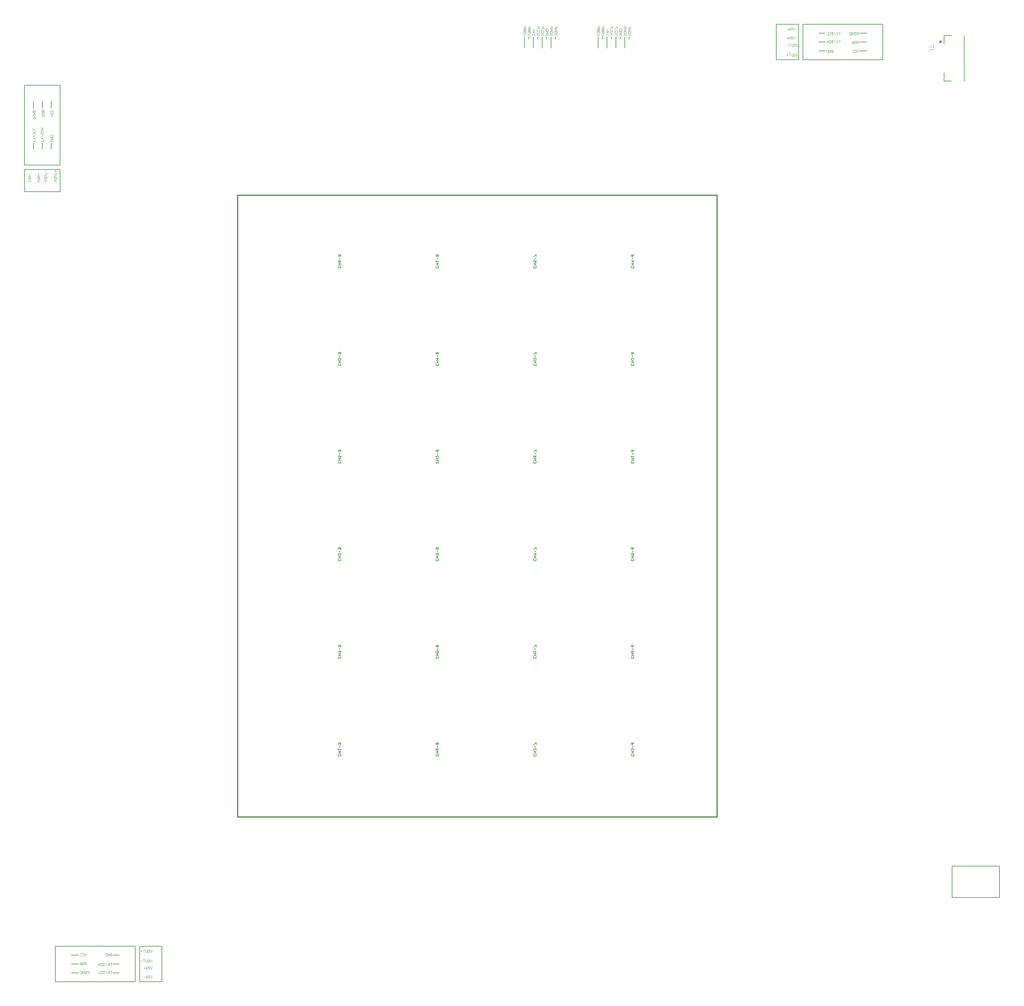
<source format=gbr>
G04 EAGLE Gerber X2 export*
%TF.Part,Single*%
%TF.FileFunction,Legend,Bot,1*%
%TF.FilePolarity,Positive*%
%TF.GenerationSoftware,Autodesk,EAGLE,9.1.1*%
%TF.CreationDate,2018-08-01T19:31:55Z*%
G75*
%MOMM*%
%FSLAX34Y34*%
%LPD*%
%AMOC8*
5,1,8,0,0,1.08239X$1,22.5*%
G01*
%ADD10C,0.304800*%
%ADD11C,0.152400*%
%ADD12C,0.050800*%
%ADD13C,0.127000*%
%ADD14C,0.177800*%
%ADD15C,0.300000*%
%ADD16C,0.101600*%


D10*
X737870Y533908D02*
X2109470Y533908D01*
X2109470Y2313940D01*
X737870Y2313940D01*
X737870Y533908D01*
D11*
X1583588Y2735377D02*
X1583588Y2767127D01*
X1570888Y2767127D02*
X1570888Y2760777D01*
X1558188Y2767127D02*
X1558188Y2735377D01*
X1647088Y2760777D02*
X1647088Y2767127D01*
X1634388Y2767127D02*
X1634388Y2735377D01*
X1621688Y2760777D02*
X1621688Y2767127D01*
X1608988Y2767127D02*
X1608988Y2735377D01*
X1596288Y2760777D02*
X1596288Y2767127D01*
D12*
X1624699Y2775301D02*
X1625885Y2774115D01*
X1625885Y2771742D01*
X1624699Y2770556D01*
X1619954Y2770556D01*
X1618767Y2771742D01*
X1618767Y2774115D01*
X1619954Y2775301D01*
X1622326Y2775301D01*
X1622326Y2772929D01*
X1618767Y2777572D02*
X1625885Y2777572D01*
X1618767Y2782318D01*
X1625885Y2782318D01*
X1625885Y2784589D02*
X1618767Y2784589D01*
X1618767Y2788148D01*
X1619954Y2789334D01*
X1624699Y2789334D01*
X1625885Y2788148D01*
X1625885Y2784589D01*
X1580667Y2775301D02*
X1580667Y2770556D01*
X1585413Y2775301D01*
X1586599Y2775301D01*
X1587785Y2774115D01*
X1587785Y2771742D01*
X1586599Y2770556D01*
X1587785Y2781131D02*
X1580667Y2781131D01*
X1584226Y2777572D02*
X1587785Y2781131D01*
X1584226Y2782318D02*
X1584226Y2777572D01*
X1583040Y2784589D02*
X1587785Y2784589D01*
X1583040Y2784589D02*
X1580667Y2786961D01*
X1583040Y2789334D01*
X1587785Y2789334D01*
X1650099Y2775301D02*
X1651285Y2774115D01*
X1651285Y2771742D01*
X1650099Y2770556D01*
X1648913Y2770556D01*
X1647726Y2771742D01*
X1647726Y2774115D01*
X1646540Y2775301D01*
X1645354Y2775301D01*
X1644167Y2774115D01*
X1644167Y2771742D01*
X1645354Y2770556D01*
X1644167Y2777572D02*
X1651285Y2777572D01*
X1644167Y2777572D02*
X1644167Y2781131D01*
X1645354Y2782318D01*
X1650099Y2782318D01*
X1651285Y2781131D01*
X1651285Y2777572D01*
X1648913Y2784589D02*
X1644167Y2784589D01*
X1648913Y2784589D02*
X1651285Y2786961D01*
X1648913Y2789334D01*
X1644167Y2789334D01*
X1647726Y2789334D02*
X1647726Y2784589D01*
X1644167Y2791605D02*
X1651285Y2791605D01*
X1651285Y2795164D01*
X1650099Y2796350D01*
X1647726Y2796350D01*
X1646540Y2795164D01*
X1646540Y2791605D01*
X1637399Y2775301D02*
X1638585Y2774115D01*
X1638585Y2771742D01*
X1637399Y2770556D01*
X1636213Y2770556D01*
X1635026Y2771742D01*
X1635026Y2774115D01*
X1633840Y2775301D01*
X1632654Y2775301D01*
X1631467Y2774115D01*
X1631467Y2771742D01*
X1632654Y2770556D01*
X1631467Y2777572D02*
X1638585Y2777572D01*
X1631467Y2777572D02*
X1631467Y2781131D01*
X1632654Y2782318D01*
X1637399Y2782318D01*
X1638585Y2781131D01*
X1638585Y2777572D01*
X1636213Y2784589D02*
X1631467Y2784589D01*
X1636213Y2784589D02*
X1638585Y2786961D01*
X1636213Y2789334D01*
X1631467Y2789334D01*
X1635026Y2789334D02*
X1635026Y2784589D01*
X1631467Y2791605D02*
X1638585Y2791605D01*
X1636213Y2793978D01*
X1638585Y2796350D01*
X1631467Y2796350D01*
X1611999Y2775301D02*
X1613185Y2774115D01*
X1613185Y2771742D01*
X1611999Y2770556D01*
X1610813Y2770556D01*
X1609626Y2771742D01*
X1609626Y2774115D01*
X1608440Y2775301D01*
X1607254Y2775301D01*
X1606067Y2774115D01*
X1606067Y2771742D01*
X1607254Y2770556D01*
X1613185Y2781131D02*
X1611999Y2782318D01*
X1613185Y2781131D02*
X1613185Y2778759D01*
X1611999Y2777572D01*
X1607254Y2777572D01*
X1606067Y2778759D01*
X1606067Y2781131D01*
X1607254Y2782318D01*
X1606067Y2784589D02*
X1613185Y2784589D01*
X1606067Y2784589D02*
X1606067Y2789334D01*
X1606067Y2791605D02*
X1613185Y2791605D01*
X1613185Y2795164D01*
X1611999Y2796350D01*
X1609626Y2796350D01*
X1608440Y2795164D01*
X1608440Y2791605D01*
X1599299Y2775301D02*
X1600485Y2774115D01*
X1600485Y2771742D01*
X1599299Y2770556D01*
X1598113Y2770556D01*
X1596926Y2771742D01*
X1596926Y2774115D01*
X1595740Y2775301D01*
X1594554Y2775301D01*
X1593367Y2774115D01*
X1593367Y2771742D01*
X1594554Y2770556D01*
X1600485Y2781131D02*
X1599299Y2782318D01*
X1600485Y2781131D02*
X1600485Y2778759D01*
X1599299Y2777572D01*
X1594554Y2777572D01*
X1593367Y2778759D01*
X1593367Y2781131D01*
X1594554Y2782318D01*
X1593367Y2784589D02*
X1600485Y2784589D01*
X1593367Y2784589D02*
X1593367Y2789334D01*
X1593367Y2791605D02*
X1600485Y2791605D01*
X1598113Y2793978D01*
X1600485Y2796350D01*
X1593367Y2796350D01*
X1575085Y2770556D02*
X1569154Y2770556D01*
X1567967Y2771742D01*
X1567967Y2774115D01*
X1569154Y2775301D01*
X1575085Y2775301D01*
X1575085Y2781131D02*
X1573899Y2782318D01*
X1575085Y2781131D02*
X1575085Y2778759D01*
X1573899Y2777572D01*
X1572713Y2777572D01*
X1571526Y2778759D01*
X1571526Y2781131D01*
X1570340Y2782318D01*
X1569154Y2782318D01*
X1567967Y2781131D01*
X1567967Y2778759D01*
X1569154Y2777572D01*
X1567967Y2784589D02*
X1575085Y2784589D01*
X1575085Y2788148D01*
X1573899Y2789334D01*
X1572713Y2789334D01*
X1571526Y2788148D01*
X1570340Y2789334D01*
X1569154Y2789334D01*
X1567967Y2788148D01*
X1567967Y2784589D01*
X1571526Y2784589D02*
X1571526Y2788148D01*
X1567967Y2791605D02*
X1575085Y2791605D01*
X1575085Y2795164D01*
X1573899Y2796350D01*
X1571526Y2796350D01*
X1570340Y2795164D01*
X1570340Y2791605D01*
X1562385Y2770556D02*
X1556454Y2770556D01*
X1555267Y2771742D01*
X1555267Y2774115D01*
X1556454Y2775301D01*
X1562385Y2775301D01*
X1562385Y2781131D02*
X1561199Y2782318D01*
X1562385Y2781131D02*
X1562385Y2778759D01*
X1561199Y2777572D01*
X1560013Y2777572D01*
X1558826Y2778759D01*
X1558826Y2781131D01*
X1557640Y2782318D01*
X1556454Y2782318D01*
X1555267Y2781131D01*
X1555267Y2778759D01*
X1556454Y2777572D01*
X1555267Y2784589D02*
X1562385Y2784589D01*
X1562385Y2788148D01*
X1561199Y2789334D01*
X1560013Y2789334D01*
X1558826Y2788148D01*
X1557640Y2789334D01*
X1556454Y2789334D01*
X1555267Y2788148D01*
X1555267Y2784589D01*
X1558826Y2784589D02*
X1558826Y2788148D01*
X1555267Y2791605D02*
X1562385Y2791605D01*
X1560013Y2793978D01*
X1562385Y2796350D01*
X1555267Y2796350D01*
D11*
X1794408Y2767127D02*
X1794408Y2735377D01*
X1781708Y2760777D02*
X1781708Y2767127D01*
X1769008Y2767127D02*
X1769008Y2735377D01*
X1857908Y2760777D02*
X1857908Y2767127D01*
X1845208Y2767127D02*
X1845208Y2735377D01*
X1832508Y2760777D02*
X1832508Y2767127D01*
X1819808Y2767127D02*
X1819808Y2735377D01*
X1807108Y2760777D02*
X1807108Y2767127D01*
D12*
X1835519Y2775301D02*
X1836705Y2774115D01*
X1836705Y2771742D01*
X1835519Y2770556D01*
X1830774Y2770556D01*
X1829587Y2771742D01*
X1829587Y2774115D01*
X1830774Y2775301D01*
X1833146Y2775301D01*
X1833146Y2772929D01*
X1829587Y2777572D02*
X1836705Y2777572D01*
X1829587Y2782318D01*
X1836705Y2782318D01*
X1836705Y2784589D02*
X1829587Y2784589D01*
X1829587Y2788148D01*
X1830774Y2789334D01*
X1835519Y2789334D01*
X1836705Y2788148D01*
X1836705Y2784589D01*
X1791487Y2775301D02*
X1791487Y2770556D01*
X1796233Y2775301D01*
X1797419Y2775301D01*
X1798605Y2774115D01*
X1798605Y2771742D01*
X1797419Y2770556D01*
X1798605Y2781131D02*
X1791487Y2781131D01*
X1795046Y2777572D02*
X1798605Y2781131D01*
X1795046Y2782318D02*
X1795046Y2777572D01*
X1793860Y2784589D02*
X1798605Y2784589D01*
X1793860Y2784589D02*
X1791487Y2786961D01*
X1793860Y2789334D01*
X1798605Y2789334D01*
X1860919Y2775301D02*
X1862105Y2774115D01*
X1862105Y2771742D01*
X1860919Y2770556D01*
X1859733Y2770556D01*
X1858546Y2771742D01*
X1858546Y2774115D01*
X1857360Y2775301D01*
X1856174Y2775301D01*
X1854987Y2774115D01*
X1854987Y2771742D01*
X1856174Y2770556D01*
X1854987Y2777572D02*
X1862105Y2777572D01*
X1854987Y2777572D02*
X1854987Y2781131D01*
X1856174Y2782318D01*
X1860919Y2782318D01*
X1862105Y2781131D01*
X1862105Y2777572D01*
X1859733Y2784589D02*
X1854987Y2784589D01*
X1859733Y2784589D02*
X1862105Y2786961D01*
X1859733Y2789334D01*
X1854987Y2789334D01*
X1858546Y2789334D02*
X1858546Y2784589D01*
X1854987Y2791605D02*
X1862105Y2791605D01*
X1862105Y2795164D01*
X1860919Y2796350D01*
X1858546Y2796350D01*
X1857360Y2795164D01*
X1857360Y2791605D01*
X1848219Y2775301D02*
X1849405Y2774115D01*
X1849405Y2771742D01*
X1848219Y2770556D01*
X1847033Y2770556D01*
X1845846Y2771742D01*
X1845846Y2774115D01*
X1844660Y2775301D01*
X1843474Y2775301D01*
X1842287Y2774115D01*
X1842287Y2771742D01*
X1843474Y2770556D01*
X1842287Y2777572D02*
X1849405Y2777572D01*
X1842287Y2777572D02*
X1842287Y2781131D01*
X1843474Y2782318D01*
X1848219Y2782318D01*
X1849405Y2781131D01*
X1849405Y2777572D01*
X1847033Y2784589D02*
X1842287Y2784589D01*
X1847033Y2784589D02*
X1849405Y2786961D01*
X1847033Y2789334D01*
X1842287Y2789334D01*
X1845846Y2789334D02*
X1845846Y2784589D01*
X1842287Y2791605D02*
X1849405Y2791605D01*
X1847033Y2793978D01*
X1849405Y2796350D01*
X1842287Y2796350D01*
X1822819Y2775301D02*
X1824005Y2774115D01*
X1824005Y2771742D01*
X1822819Y2770556D01*
X1821633Y2770556D01*
X1820446Y2771742D01*
X1820446Y2774115D01*
X1819260Y2775301D01*
X1818074Y2775301D01*
X1816887Y2774115D01*
X1816887Y2771742D01*
X1818074Y2770556D01*
X1824005Y2781131D02*
X1822819Y2782318D01*
X1824005Y2781131D02*
X1824005Y2778759D01*
X1822819Y2777572D01*
X1818074Y2777572D01*
X1816887Y2778759D01*
X1816887Y2781131D01*
X1818074Y2782318D01*
X1816887Y2784589D02*
X1824005Y2784589D01*
X1816887Y2784589D02*
X1816887Y2789334D01*
X1816887Y2791605D02*
X1824005Y2791605D01*
X1824005Y2795164D01*
X1822819Y2796350D01*
X1820446Y2796350D01*
X1819260Y2795164D01*
X1819260Y2791605D01*
X1810119Y2775301D02*
X1811305Y2774115D01*
X1811305Y2771742D01*
X1810119Y2770556D01*
X1808933Y2770556D01*
X1807746Y2771742D01*
X1807746Y2774115D01*
X1806560Y2775301D01*
X1805374Y2775301D01*
X1804187Y2774115D01*
X1804187Y2771742D01*
X1805374Y2770556D01*
X1811305Y2781131D02*
X1810119Y2782318D01*
X1811305Y2781131D02*
X1811305Y2778759D01*
X1810119Y2777572D01*
X1805374Y2777572D01*
X1804187Y2778759D01*
X1804187Y2781131D01*
X1805374Y2782318D01*
X1804187Y2784589D02*
X1811305Y2784589D01*
X1804187Y2784589D02*
X1804187Y2789334D01*
X1804187Y2791605D02*
X1811305Y2791605D01*
X1808933Y2793978D01*
X1811305Y2796350D01*
X1804187Y2796350D01*
X1785905Y2770556D02*
X1779974Y2770556D01*
X1778787Y2771742D01*
X1778787Y2774115D01*
X1779974Y2775301D01*
X1785905Y2775301D01*
X1785905Y2781131D02*
X1784719Y2782318D01*
X1785905Y2781131D02*
X1785905Y2778759D01*
X1784719Y2777572D01*
X1783533Y2777572D01*
X1782346Y2778759D01*
X1782346Y2781131D01*
X1781160Y2782318D01*
X1779974Y2782318D01*
X1778787Y2781131D01*
X1778787Y2778759D01*
X1779974Y2777572D01*
X1778787Y2784589D02*
X1785905Y2784589D01*
X1785905Y2788148D01*
X1784719Y2789334D01*
X1783533Y2789334D01*
X1782346Y2788148D01*
X1781160Y2789334D01*
X1779974Y2789334D01*
X1778787Y2788148D01*
X1778787Y2784589D01*
X1782346Y2784589D02*
X1782346Y2788148D01*
X1778787Y2791605D02*
X1785905Y2791605D01*
X1785905Y2795164D01*
X1784719Y2796350D01*
X1782346Y2796350D01*
X1781160Y2795164D01*
X1781160Y2791605D01*
X1773205Y2770556D02*
X1767274Y2770556D01*
X1766087Y2771742D01*
X1766087Y2774115D01*
X1767274Y2775301D01*
X1773205Y2775301D01*
X1773205Y2781131D02*
X1772019Y2782318D01*
X1773205Y2781131D02*
X1773205Y2778759D01*
X1772019Y2777572D01*
X1770833Y2777572D01*
X1769646Y2778759D01*
X1769646Y2781131D01*
X1768460Y2782318D01*
X1767274Y2782318D01*
X1766087Y2781131D01*
X1766087Y2778759D01*
X1767274Y2777572D01*
X1766087Y2784589D02*
X1773205Y2784589D01*
X1773205Y2788148D01*
X1772019Y2789334D01*
X1770833Y2789334D01*
X1769646Y2788148D01*
X1768460Y2789334D01*
X1767274Y2789334D01*
X1766087Y2788148D01*
X1766087Y2784589D01*
X1769646Y2784589D02*
X1769646Y2788148D01*
X1766087Y2791605D02*
X1773205Y2791605D01*
X1770833Y2793978D01*
X1773205Y2796350D01*
X1766087Y2796350D01*
D13*
X2781732Y335890D02*
X2781732Y303590D01*
X2917232Y303590D01*
X2917232Y393590D01*
X2781732Y393590D01*
X2781732Y334620D01*
D14*
X1312297Y1550292D02*
X1311111Y1551478D01*
X1312297Y1550292D02*
X1312297Y1547919D01*
X1311111Y1546733D01*
X1306365Y1546733D01*
X1305179Y1547919D01*
X1305179Y1550292D01*
X1306365Y1551478D01*
X1305179Y1554919D02*
X1312297Y1554919D01*
X1308738Y1554919D02*
X1308738Y1559664D01*
X1312297Y1559664D02*
X1305179Y1559664D01*
X1305179Y1563105D02*
X1305179Y1567850D01*
X1305179Y1563105D02*
X1309924Y1567850D01*
X1311111Y1567850D01*
X1312297Y1566664D01*
X1312297Y1564291D01*
X1311111Y1563105D01*
X1308738Y1571290D02*
X1308738Y1576036D01*
X1311111Y1579476D02*
X1312297Y1580662D01*
X1312297Y1583035D01*
X1311111Y1584222D01*
X1309924Y1584222D01*
X1308738Y1583035D01*
X1307552Y1584222D01*
X1306365Y1584222D01*
X1305179Y1583035D01*
X1305179Y1580662D01*
X1306365Y1579476D01*
X1307552Y1579476D01*
X1308738Y1580662D01*
X1309924Y1579476D01*
X1311111Y1579476D01*
X1308738Y1580662D02*
X1308738Y1583035D01*
X1590511Y1551478D02*
X1591697Y1550292D01*
X1591697Y1547919D01*
X1590511Y1546733D01*
X1585765Y1546733D01*
X1584579Y1547919D01*
X1584579Y1550292D01*
X1585765Y1551478D01*
X1584579Y1554919D02*
X1591697Y1554919D01*
X1588138Y1554919D02*
X1588138Y1559664D01*
X1591697Y1559664D02*
X1584579Y1559664D01*
X1590511Y1565477D02*
X1591697Y1567850D01*
X1590511Y1565477D02*
X1588138Y1563105D01*
X1585765Y1563105D01*
X1584579Y1564291D01*
X1584579Y1566664D01*
X1585765Y1567850D01*
X1586952Y1567850D01*
X1588138Y1566664D01*
X1588138Y1563105D01*
X1588138Y1571290D02*
X1588138Y1576036D01*
X1591697Y1579476D02*
X1591697Y1584222D01*
X1590511Y1584222D01*
X1585765Y1579476D01*
X1584579Y1579476D01*
X1311111Y713278D02*
X1312297Y712092D01*
X1312297Y709719D01*
X1311111Y708533D01*
X1306365Y708533D01*
X1305179Y709719D01*
X1305179Y712092D01*
X1306365Y713278D01*
X1305179Y716719D02*
X1312297Y716719D01*
X1308738Y716719D02*
X1308738Y721464D01*
X1312297Y721464D02*
X1305179Y721464D01*
X1311111Y727277D02*
X1312297Y729650D01*
X1311111Y727277D02*
X1308738Y724905D01*
X1306365Y724905D01*
X1305179Y726091D01*
X1305179Y728464D01*
X1306365Y729650D01*
X1307552Y729650D01*
X1308738Y728464D01*
X1308738Y724905D01*
X1308738Y733090D02*
X1308738Y737836D01*
X1311111Y741276D02*
X1312297Y742462D01*
X1312297Y744835D01*
X1311111Y746022D01*
X1309924Y746022D01*
X1308738Y744835D01*
X1307552Y746022D01*
X1306365Y746022D01*
X1305179Y744835D01*
X1305179Y742462D01*
X1306365Y741276D01*
X1307552Y741276D01*
X1308738Y742462D01*
X1309924Y741276D01*
X1311111Y741276D01*
X1308738Y742462D02*
X1308738Y744835D01*
X1032897Y2109092D02*
X1031711Y2110278D01*
X1032897Y2109092D02*
X1032897Y2106719D01*
X1031711Y2105533D01*
X1026965Y2105533D01*
X1025779Y2106719D01*
X1025779Y2109092D01*
X1026965Y2110278D01*
X1025779Y2113719D02*
X1032897Y2113719D01*
X1029338Y2113719D02*
X1029338Y2118464D01*
X1032897Y2118464D02*
X1025779Y2118464D01*
X1031711Y2124277D02*
X1032897Y2126650D01*
X1031711Y2124277D02*
X1029338Y2121905D01*
X1026965Y2121905D01*
X1025779Y2123091D01*
X1025779Y2125464D01*
X1026965Y2126650D01*
X1028152Y2126650D01*
X1029338Y2125464D01*
X1029338Y2121905D01*
X1029338Y2130090D02*
X1029338Y2134836D01*
X1026965Y2138276D02*
X1025779Y2139462D01*
X1025779Y2141835D01*
X1026965Y2143022D01*
X1031711Y2143022D01*
X1032897Y2141835D01*
X1032897Y2139462D01*
X1031711Y2138276D01*
X1030524Y2138276D01*
X1029338Y2139462D01*
X1029338Y2143022D01*
X1869911Y1551478D02*
X1871097Y1550292D01*
X1871097Y1547919D01*
X1869911Y1546733D01*
X1865165Y1546733D01*
X1863979Y1547919D01*
X1863979Y1550292D01*
X1865165Y1551478D01*
X1863979Y1554919D02*
X1871097Y1554919D01*
X1867538Y1554919D02*
X1867538Y1559664D01*
X1871097Y1559664D02*
X1863979Y1559664D01*
X1868724Y1563105D02*
X1871097Y1565477D01*
X1863979Y1565477D01*
X1863979Y1563105D02*
X1863979Y1567850D01*
X1867538Y1571290D02*
X1867538Y1576036D01*
X1869911Y1581849D02*
X1871097Y1584222D01*
X1869911Y1581849D02*
X1867538Y1579476D01*
X1865165Y1579476D01*
X1863979Y1580662D01*
X1863979Y1583035D01*
X1865165Y1584222D01*
X1866352Y1584222D01*
X1867538Y1583035D01*
X1867538Y1579476D01*
X1590511Y992678D02*
X1591697Y991492D01*
X1591697Y989119D01*
X1590511Y987933D01*
X1585765Y987933D01*
X1584579Y989119D01*
X1584579Y991492D01*
X1585765Y992678D01*
X1584579Y996119D02*
X1591697Y996119D01*
X1588138Y996119D02*
X1588138Y1000864D01*
X1591697Y1000864D02*
X1584579Y1000864D01*
X1589324Y1004305D02*
X1591697Y1006677D01*
X1584579Y1006677D01*
X1584579Y1004305D02*
X1584579Y1009050D01*
X1588138Y1012490D02*
X1588138Y1017236D01*
X1591697Y1020676D02*
X1591697Y1025422D01*
X1590511Y1025422D01*
X1585765Y1020676D01*
X1584579Y1020676D01*
X1312297Y2109092D02*
X1311111Y2110278D01*
X1312297Y2109092D02*
X1312297Y2106719D01*
X1311111Y2105533D01*
X1306365Y2105533D01*
X1305179Y2106719D01*
X1305179Y2109092D01*
X1306365Y2110278D01*
X1305179Y2113719D02*
X1312297Y2113719D01*
X1308738Y2113719D02*
X1308738Y2118464D01*
X1312297Y2118464D02*
X1305179Y2118464D01*
X1309924Y2121905D02*
X1312297Y2124277D01*
X1305179Y2124277D01*
X1305179Y2121905D02*
X1305179Y2126650D01*
X1308738Y2130090D02*
X1308738Y2134836D01*
X1311111Y2138276D02*
X1312297Y2139462D01*
X1312297Y2141835D01*
X1311111Y2143022D01*
X1309924Y2143022D01*
X1308738Y2141835D01*
X1307552Y2143022D01*
X1306365Y2143022D01*
X1305179Y2141835D01*
X1305179Y2139462D01*
X1306365Y2138276D01*
X1307552Y2138276D01*
X1308738Y2139462D01*
X1309924Y2138276D01*
X1311111Y2138276D01*
X1308738Y2139462D02*
X1308738Y2141835D01*
X1031711Y713278D02*
X1032897Y712092D01*
X1032897Y709719D01*
X1031711Y708533D01*
X1026965Y708533D01*
X1025779Y709719D01*
X1025779Y712092D01*
X1026965Y713278D01*
X1025779Y716719D02*
X1032897Y716719D01*
X1029338Y716719D02*
X1029338Y721464D01*
X1032897Y721464D02*
X1025779Y721464D01*
X1030524Y724905D02*
X1032897Y727277D01*
X1025779Y727277D01*
X1025779Y724905D02*
X1025779Y729650D01*
X1029338Y733090D02*
X1029338Y737836D01*
X1026965Y741276D02*
X1025779Y742462D01*
X1025779Y744835D01*
X1026965Y746022D01*
X1031711Y746022D01*
X1032897Y744835D01*
X1032897Y742462D01*
X1031711Y741276D01*
X1030524Y741276D01*
X1029338Y742462D01*
X1029338Y746022D01*
X1869911Y713278D02*
X1871097Y712092D01*
X1871097Y709719D01*
X1869911Y708533D01*
X1865165Y708533D01*
X1863979Y709719D01*
X1863979Y712092D01*
X1865165Y713278D01*
X1863979Y716719D02*
X1871097Y716719D01*
X1867538Y716719D02*
X1867538Y721464D01*
X1871097Y721464D02*
X1863979Y721464D01*
X1869911Y724905D02*
X1871097Y726091D01*
X1871097Y728464D01*
X1869911Y729650D01*
X1868724Y729650D01*
X1867538Y728464D01*
X1867538Y727277D01*
X1867538Y728464D02*
X1866352Y729650D01*
X1865165Y729650D01*
X1863979Y728464D01*
X1863979Y726091D01*
X1865165Y724905D01*
X1867538Y733090D02*
X1867538Y737836D01*
X1869911Y743649D02*
X1871097Y746022D01*
X1869911Y743649D02*
X1867538Y741276D01*
X1865165Y741276D01*
X1863979Y742462D01*
X1863979Y744835D01*
X1865165Y746022D01*
X1866352Y746022D01*
X1867538Y744835D01*
X1867538Y741276D01*
X1591697Y1829692D02*
X1590511Y1830878D01*
X1591697Y1829692D02*
X1591697Y1827319D01*
X1590511Y1826133D01*
X1585765Y1826133D01*
X1584579Y1827319D01*
X1584579Y1829692D01*
X1585765Y1830878D01*
X1584579Y1834319D02*
X1591697Y1834319D01*
X1588138Y1834319D02*
X1588138Y1839064D01*
X1591697Y1839064D02*
X1584579Y1839064D01*
X1590511Y1842505D02*
X1591697Y1843691D01*
X1591697Y1846064D01*
X1590511Y1847250D01*
X1589324Y1847250D01*
X1588138Y1846064D01*
X1588138Y1844877D01*
X1588138Y1846064D02*
X1586952Y1847250D01*
X1585765Y1847250D01*
X1584579Y1846064D01*
X1584579Y1843691D01*
X1585765Y1842505D01*
X1588138Y1850690D02*
X1588138Y1855436D01*
X1591697Y1858876D02*
X1591697Y1863622D01*
X1590511Y1863622D01*
X1585765Y1858876D01*
X1584579Y1858876D01*
X1311111Y1272078D02*
X1312297Y1270892D01*
X1312297Y1268519D01*
X1311111Y1267333D01*
X1306365Y1267333D01*
X1305179Y1268519D01*
X1305179Y1270892D01*
X1306365Y1272078D01*
X1305179Y1275519D02*
X1312297Y1275519D01*
X1308738Y1275519D02*
X1308738Y1280264D01*
X1312297Y1280264D02*
X1305179Y1280264D01*
X1311111Y1283705D02*
X1312297Y1284891D01*
X1312297Y1287264D01*
X1311111Y1288450D01*
X1309924Y1288450D01*
X1308738Y1287264D01*
X1308738Y1286077D01*
X1308738Y1287264D02*
X1307552Y1288450D01*
X1306365Y1288450D01*
X1305179Y1287264D01*
X1305179Y1284891D01*
X1306365Y1283705D01*
X1308738Y1291890D02*
X1308738Y1296636D01*
X1311111Y1300076D02*
X1312297Y1301262D01*
X1312297Y1303635D01*
X1311111Y1304822D01*
X1309924Y1304822D01*
X1308738Y1303635D01*
X1307552Y1304822D01*
X1306365Y1304822D01*
X1305179Y1303635D01*
X1305179Y1301262D01*
X1306365Y1300076D01*
X1307552Y1300076D01*
X1308738Y1301262D01*
X1309924Y1300076D01*
X1311111Y1300076D01*
X1308738Y1301262D02*
X1308738Y1303635D01*
X1590511Y713278D02*
X1591697Y712092D01*
X1591697Y709719D01*
X1590511Y708533D01*
X1585765Y708533D01*
X1584579Y709719D01*
X1584579Y712092D01*
X1585765Y713278D01*
X1584579Y716719D02*
X1591697Y716719D01*
X1588138Y716719D02*
X1588138Y721464D01*
X1591697Y721464D02*
X1584579Y721464D01*
X1584579Y724905D02*
X1584579Y729650D01*
X1584579Y724905D02*
X1589324Y729650D01*
X1590511Y729650D01*
X1591697Y728464D01*
X1591697Y726091D01*
X1590511Y724905D01*
X1588138Y733090D02*
X1588138Y737836D01*
X1591697Y741276D02*
X1591697Y746022D01*
X1590511Y746022D01*
X1585765Y741276D01*
X1584579Y741276D01*
X1032897Y1829692D02*
X1031711Y1830878D01*
X1032897Y1829692D02*
X1032897Y1827319D01*
X1031711Y1826133D01*
X1026965Y1826133D01*
X1025779Y1827319D01*
X1025779Y1829692D01*
X1026965Y1830878D01*
X1025779Y1834319D02*
X1032897Y1834319D01*
X1029338Y1834319D02*
X1029338Y1839064D01*
X1032897Y1839064D02*
X1025779Y1839064D01*
X1031711Y1842505D02*
X1032897Y1843691D01*
X1032897Y1846064D01*
X1031711Y1847250D01*
X1030524Y1847250D01*
X1029338Y1846064D01*
X1029338Y1844877D01*
X1029338Y1846064D02*
X1028152Y1847250D01*
X1026965Y1847250D01*
X1025779Y1846064D01*
X1025779Y1843691D01*
X1026965Y1842505D01*
X1029338Y1850690D02*
X1029338Y1855436D01*
X1026965Y1858876D02*
X1025779Y1860062D01*
X1025779Y1862435D01*
X1026965Y1863622D01*
X1031711Y1863622D01*
X1032897Y1862435D01*
X1032897Y1860062D01*
X1031711Y1858876D01*
X1030524Y1858876D01*
X1029338Y1860062D01*
X1029338Y1863622D01*
X1869911Y1272078D02*
X1871097Y1270892D01*
X1871097Y1268519D01*
X1869911Y1267333D01*
X1865165Y1267333D01*
X1863979Y1268519D01*
X1863979Y1270892D01*
X1865165Y1272078D01*
X1863979Y1275519D02*
X1871097Y1275519D01*
X1867538Y1275519D02*
X1867538Y1280264D01*
X1871097Y1280264D02*
X1863979Y1280264D01*
X1871097Y1283705D02*
X1871097Y1288450D01*
X1871097Y1283705D02*
X1867538Y1283705D01*
X1868724Y1286077D01*
X1868724Y1287264D01*
X1867538Y1288450D01*
X1865165Y1288450D01*
X1863979Y1287264D01*
X1863979Y1284891D01*
X1865165Y1283705D01*
X1867538Y1291890D02*
X1867538Y1296636D01*
X1869911Y1302449D02*
X1871097Y1304822D01*
X1869911Y1302449D02*
X1867538Y1300076D01*
X1865165Y1300076D01*
X1863979Y1301262D01*
X1863979Y1303635D01*
X1865165Y1304822D01*
X1866352Y1304822D01*
X1867538Y1303635D01*
X1867538Y1300076D01*
X1591697Y2109092D02*
X1590511Y2110278D01*
X1591697Y2109092D02*
X1591697Y2106719D01*
X1590511Y2105533D01*
X1585765Y2105533D01*
X1584579Y2106719D01*
X1584579Y2109092D01*
X1585765Y2110278D01*
X1584579Y2113719D02*
X1591697Y2113719D01*
X1588138Y2113719D02*
X1588138Y2118464D01*
X1591697Y2118464D02*
X1584579Y2118464D01*
X1591697Y2121905D02*
X1591697Y2126650D01*
X1591697Y2121905D02*
X1588138Y2121905D01*
X1589324Y2124277D01*
X1589324Y2125464D01*
X1588138Y2126650D01*
X1585765Y2126650D01*
X1584579Y2125464D01*
X1584579Y2123091D01*
X1585765Y2121905D01*
X1588138Y2130090D02*
X1588138Y2134836D01*
X1591697Y2138276D02*
X1591697Y2143022D01*
X1590511Y2143022D01*
X1585765Y2138276D01*
X1584579Y2138276D01*
X1311111Y992678D02*
X1312297Y991492D01*
X1312297Y989119D01*
X1311111Y987933D01*
X1306365Y987933D01*
X1305179Y989119D01*
X1305179Y991492D01*
X1306365Y992678D01*
X1305179Y996119D02*
X1312297Y996119D01*
X1308738Y996119D02*
X1308738Y1000864D01*
X1312297Y1000864D02*
X1305179Y1000864D01*
X1312297Y1004305D02*
X1312297Y1009050D01*
X1312297Y1004305D02*
X1308738Y1004305D01*
X1309924Y1006677D01*
X1309924Y1007864D01*
X1308738Y1009050D01*
X1306365Y1009050D01*
X1305179Y1007864D01*
X1305179Y1005491D01*
X1306365Y1004305D01*
X1308738Y1012490D02*
X1308738Y1017236D01*
X1311111Y1020676D02*
X1312297Y1021862D01*
X1312297Y1024235D01*
X1311111Y1025422D01*
X1309924Y1025422D01*
X1308738Y1024235D01*
X1307552Y1025422D01*
X1306365Y1025422D01*
X1305179Y1024235D01*
X1305179Y1021862D01*
X1306365Y1020676D01*
X1307552Y1020676D01*
X1308738Y1021862D01*
X1309924Y1020676D01*
X1311111Y1020676D01*
X1308738Y1021862D02*
X1308738Y1024235D01*
X1032897Y1550292D02*
X1031711Y1551478D01*
X1032897Y1550292D02*
X1032897Y1547919D01*
X1031711Y1546733D01*
X1026965Y1546733D01*
X1025779Y1547919D01*
X1025779Y1550292D01*
X1026965Y1551478D01*
X1025779Y1554919D02*
X1032897Y1554919D01*
X1029338Y1554919D02*
X1029338Y1559664D01*
X1032897Y1559664D02*
X1025779Y1559664D01*
X1032897Y1563105D02*
X1032897Y1567850D01*
X1032897Y1563105D02*
X1029338Y1563105D01*
X1030524Y1565477D01*
X1030524Y1566664D01*
X1029338Y1567850D01*
X1026965Y1567850D01*
X1025779Y1566664D01*
X1025779Y1564291D01*
X1026965Y1563105D01*
X1029338Y1571290D02*
X1029338Y1576036D01*
X1026965Y1579476D02*
X1025779Y1580662D01*
X1025779Y1583035D01*
X1026965Y1584222D01*
X1031711Y1584222D01*
X1032897Y1583035D01*
X1032897Y1580662D01*
X1031711Y1579476D01*
X1030524Y1579476D01*
X1029338Y1580662D01*
X1029338Y1584222D01*
X1869911Y1830878D02*
X1871097Y1829692D01*
X1871097Y1827319D01*
X1869911Y1826133D01*
X1865165Y1826133D01*
X1863979Y1827319D01*
X1863979Y1829692D01*
X1865165Y1830878D01*
X1863979Y1834319D02*
X1871097Y1834319D01*
X1867538Y1834319D02*
X1867538Y1839064D01*
X1871097Y1839064D02*
X1863979Y1839064D01*
X1863979Y1842505D02*
X1863979Y1847250D01*
X1863979Y1842505D02*
X1868724Y1847250D01*
X1869911Y1847250D01*
X1871097Y1846064D01*
X1871097Y1843691D01*
X1869911Y1842505D01*
X1867538Y1850690D02*
X1867538Y1855436D01*
X1869911Y1861249D02*
X1871097Y1863622D01*
X1869911Y1861249D02*
X1867538Y1858876D01*
X1865165Y1858876D01*
X1863979Y1860062D01*
X1863979Y1862435D01*
X1865165Y1863622D01*
X1866352Y1863622D01*
X1867538Y1862435D01*
X1867538Y1858876D01*
X1032897Y1270892D02*
X1031711Y1272078D01*
X1032897Y1270892D02*
X1032897Y1268519D01*
X1031711Y1267333D01*
X1026965Y1267333D01*
X1025779Y1268519D01*
X1025779Y1270892D01*
X1026965Y1272078D01*
X1025779Y1275519D02*
X1032897Y1275519D01*
X1029338Y1275519D02*
X1029338Y1280264D01*
X1032897Y1280264D02*
X1025779Y1280264D01*
X1025779Y1283705D02*
X1025779Y1288450D01*
X1025779Y1283705D02*
X1030524Y1288450D01*
X1031711Y1288450D01*
X1032897Y1287264D01*
X1032897Y1284891D01*
X1031711Y1283705D01*
X1029338Y1291890D02*
X1029338Y1296636D01*
X1026965Y1300076D02*
X1025779Y1301262D01*
X1025779Y1303635D01*
X1026965Y1304822D01*
X1031711Y1304822D01*
X1032897Y1303635D01*
X1032897Y1301262D01*
X1031711Y1300076D01*
X1030524Y1300076D01*
X1029338Y1301262D01*
X1029338Y1304822D01*
X1869911Y2110278D02*
X1871097Y2109092D01*
X1871097Y2106719D01*
X1869911Y2105533D01*
X1865165Y2105533D01*
X1863979Y2106719D01*
X1863979Y2109092D01*
X1865165Y2110278D01*
X1863979Y2113719D02*
X1871097Y2113719D01*
X1867538Y2113719D02*
X1867538Y2118464D01*
X1871097Y2118464D02*
X1863979Y2118464D01*
X1863979Y2125464D02*
X1871097Y2125464D01*
X1867538Y2121905D01*
X1867538Y2126650D01*
X1867538Y2130090D02*
X1867538Y2134836D01*
X1869911Y2140649D02*
X1871097Y2143022D01*
X1869911Y2140649D02*
X1867538Y2138276D01*
X1865165Y2138276D01*
X1863979Y2139462D01*
X1863979Y2141835D01*
X1865165Y2143022D01*
X1866352Y2143022D01*
X1867538Y2141835D01*
X1867538Y2138276D01*
X1590511Y1272078D02*
X1591697Y1270892D01*
X1591697Y1268519D01*
X1590511Y1267333D01*
X1585765Y1267333D01*
X1584579Y1268519D01*
X1584579Y1270892D01*
X1585765Y1272078D01*
X1584579Y1275519D02*
X1591697Y1275519D01*
X1588138Y1275519D02*
X1588138Y1280264D01*
X1591697Y1280264D02*
X1584579Y1280264D01*
X1584579Y1287264D02*
X1591697Y1287264D01*
X1588138Y1283705D01*
X1588138Y1288450D01*
X1588138Y1291890D02*
X1588138Y1296636D01*
X1591697Y1300076D02*
X1591697Y1304822D01*
X1590511Y1304822D01*
X1585765Y1300076D01*
X1584579Y1300076D01*
X1312297Y1829692D02*
X1311111Y1830878D01*
X1312297Y1829692D02*
X1312297Y1827319D01*
X1311111Y1826133D01*
X1306365Y1826133D01*
X1305179Y1827319D01*
X1305179Y1829692D01*
X1306365Y1830878D01*
X1305179Y1834319D02*
X1312297Y1834319D01*
X1308738Y1834319D02*
X1308738Y1839064D01*
X1312297Y1839064D02*
X1305179Y1839064D01*
X1305179Y1846064D02*
X1312297Y1846064D01*
X1308738Y1842505D01*
X1308738Y1847250D01*
X1308738Y1850690D02*
X1308738Y1855436D01*
X1311111Y1858876D02*
X1312297Y1860062D01*
X1312297Y1862435D01*
X1311111Y1863622D01*
X1309924Y1863622D01*
X1308738Y1862435D01*
X1307552Y1863622D01*
X1306365Y1863622D01*
X1305179Y1862435D01*
X1305179Y1860062D01*
X1306365Y1858876D01*
X1307552Y1858876D01*
X1308738Y1860062D01*
X1309924Y1858876D01*
X1311111Y1858876D01*
X1308738Y1860062D02*
X1308738Y1862435D01*
X1031711Y992678D02*
X1032897Y991492D01*
X1032897Y989119D01*
X1031711Y987933D01*
X1026965Y987933D01*
X1025779Y989119D01*
X1025779Y991492D01*
X1026965Y992678D01*
X1025779Y996119D02*
X1032897Y996119D01*
X1029338Y996119D02*
X1029338Y1000864D01*
X1032897Y1000864D02*
X1025779Y1000864D01*
X1025779Y1007864D02*
X1032897Y1007864D01*
X1029338Y1004305D01*
X1029338Y1009050D01*
X1029338Y1012490D02*
X1029338Y1017236D01*
X1026965Y1020676D02*
X1025779Y1021862D01*
X1025779Y1024235D01*
X1026965Y1025422D01*
X1031711Y1025422D01*
X1032897Y1024235D01*
X1032897Y1021862D01*
X1031711Y1020676D01*
X1030524Y1020676D01*
X1029338Y1021862D01*
X1029338Y1025422D01*
X1869911Y992678D02*
X1871097Y991492D01*
X1871097Y989119D01*
X1869911Y987933D01*
X1865165Y987933D01*
X1863979Y989119D01*
X1863979Y991492D01*
X1865165Y992678D01*
X1863979Y996119D02*
X1871097Y996119D01*
X1867538Y996119D02*
X1867538Y1000864D01*
X1871097Y1000864D02*
X1863979Y1000864D01*
X1869911Y1006677D02*
X1871097Y1009050D01*
X1869911Y1006677D02*
X1867538Y1004305D01*
X1865165Y1004305D01*
X1863979Y1005491D01*
X1863979Y1007864D01*
X1865165Y1009050D01*
X1866352Y1009050D01*
X1867538Y1007864D01*
X1867538Y1004305D01*
X1867538Y1012490D02*
X1867538Y1017236D01*
X1869911Y1023049D02*
X1871097Y1025422D01*
X1869911Y1023049D02*
X1867538Y1020676D01*
X1865165Y1020676D01*
X1863979Y1021862D01*
X1863979Y1024235D01*
X1865165Y1025422D01*
X1866352Y1025422D01*
X1867538Y1024235D01*
X1867538Y1020676D01*
D13*
X2758400Y2747160D02*
X2758400Y2770660D01*
X2779400Y2770660D01*
X2816400Y2770660D02*
X2816400Y2640660D01*
X2758400Y2640660D02*
X2758400Y2664160D01*
X2758400Y2640660D02*
X2779400Y2640660D01*
D15*
X2746900Y2753160D02*
X2746902Y2753237D01*
X2746908Y2753314D01*
X2746918Y2753391D01*
X2746932Y2753467D01*
X2746949Y2753542D01*
X2746971Y2753616D01*
X2746996Y2753689D01*
X2747026Y2753761D01*
X2747058Y2753831D01*
X2747095Y2753899D01*
X2747134Y2753965D01*
X2747177Y2754029D01*
X2747224Y2754091D01*
X2747273Y2754150D01*
X2747326Y2754207D01*
X2747381Y2754261D01*
X2747439Y2754312D01*
X2747500Y2754360D01*
X2747563Y2754405D01*
X2747628Y2754446D01*
X2747695Y2754484D01*
X2747764Y2754519D01*
X2747835Y2754549D01*
X2747907Y2754577D01*
X2747981Y2754600D01*
X2748055Y2754620D01*
X2748131Y2754636D01*
X2748207Y2754648D01*
X2748284Y2754656D01*
X2748361Y2754660D01*
X2748439Y2754660D01*
X2748516Y2754656D01*
X2748593Y2754648D01*
X2748669Y2754636D01*
X2748745Y2754620D01*
X2748819Y2754600D01*
X2748893Y2754577D01*
X2748965Y2754549D01*
X2749036Y2754519D01*
X2749105Y2754484D01*
X2749172Y2754446D01*
X2749237Y2754405D01*
X2749300Y2754360D01*
X2749361Y2754312D01*
X2749419Y2754261D01*
X2749474Y2754207D01*
X2749527Y2754150D01*
X2749576Y2754091D01*
X2749623Y2754029D01*
X2749666Y2753965D01*
X2749705Y2753899D01*
X2749742Y2753831D01*
X2749774Y2753761D01*
X2749804Y2753689D01*
X2749829Y2753616D01*
X2749851Y2753542D01*
X2749868Y2753467D01*
X2749882Y2753391D01*
X2749892Y2753314D01*
X2749898Y2753237D01*
X2749900Y2753160D01*
X2749898Y2753083D01*
X2749892Y2753006D01*
X2749882Y2752929D01*
X2749868Y2752853D01*
X2749851Y2752778D01*
X2749829Y2752704D01*
X2749804Y2752631D01*
X2749774Y2752559D01*
X2749742Y2752489D01*
X2749705Y2752421D01*
X2749666Y2752355D01*
X2749623Y2752291D01*
X2749576Y2752229D01*
X2749527Y2752170D01*
X2749474Y2752113D01*
X2749419Y2752059D01*
X2749361Y2752008D01*
X2749300Y2751960D01*
X2749237Y2751915D01*
X2749172Y2751874D01*
X2749105Y2751836D01*
X2749036Y2751801D01*
X2748965Y2751771D01*
X2748893Y2751743D01*
X2748819Y2751720D01*
X2748745Y2751700D01*
X2748669Y2751684D01*
X2748593Y2751672D01*
X2748516Y2751664D01*
X2748439Y2751660D01*
X2748361Y2751660D01*
X2748284Y2751664D01*
X2748207Y2751672D01*
X2748131Y2751684D01*
X2748055Y2751700D01*
X2747981Y2751720D01*
X2747907Y2751743D01*
X2747835Y2751771D01*
X2747764Y2751801D01*
X2747695Y2751836D01*
X2747628Y2751874D01*
X2747563Y2751915D01*
X2747500Y2751960D01*
X2747439Y2752008D01*
X2747381Y2752059D01*
X2747326Y2752113D01*
X2747273Y2752170D01*
X2747224Y2752229D01*
X2747177Y2752291D01*
X2747134Y2752355D01*
X2747095Y2752421D01*
X2747058Y2752489D01*
X2747026Y2752559D01*
X2746996Y2752631D01*
X2746971Y2752704D01*
X2746949Y2752778D01*
X2746932Y2752853D01*
X2746918Y2752929D01*
X2746908Y2753006D01*
X2746902Y2753083D01*
X2746900Y2753160D01*
D16*
X2718043Y2725233D02*
X2716088Y2727188D01*
X2716088Y2729143D01*
X2718043Y2731099D01*
X2727820Y2731099D01*
X2727820Y2733054D02*
X2727820Y2729143D01*
X2727820Y2736961D02*
X2727820Y2744783D01*
X2725865Y2744783D01*
X2718043Y2736961D01*
X2716088Y2736961D01*
D11*
X520700Y62230D02*
X457200Y62230D01*
X457200Y163830D01*
X520700Y163830D01*
X520700Y62230D01*
D12*
X492506Y75017D02*
X492506Y79762D01*
X492506Y75017D02*
X490133Y72644D01*
X487761Y75017D01*
X487761Y79762D01*
X485490Y72644D02*
X483117Y72644D01*
X484303Y72644D02*
X484303Y79762D01*
X483117Y79762D02*
X485490Y79762D01*
X480812Y79762D02*
X480812Y72644D01*
X476067Y72644D02*
X480812Y79762D01*
X476067Y79762D02*
X476067Y72644D01*
X473796Y76203D02*
X469050Y76203D01*
X492506Y100417D02*
X492506Y105162D01*
X492506Y100417D02*
X490133Y98044D01*
X487761Y100417D01*
X487761Y105162D01*
X485490Y98044D02*
X483117Y98044D01*
X484303Y98044D02*
X484303Y105162D01*
X483117Y105162D02*
X485490Y105162D01*
X480812Y105162D02*
X480812Y98044D01*
X476067Y98044D02*
X480812Y105162D01*
X476067Y105162D02*
X476067Y98044D01*
X473796Y101603D02*
X469050Y101603D01*
X471423Y103976D02*
X471423Y99230D01*
X492506Y120737D02*
X492506Y125482D01*
X492506Y120737D02*
X490133Y118364D01*
X487761Y120737D01*
X487761Y125482D01*
X484303Y125482D02*
X481931Y125482D01*
X484303Y125482D02*
X485490Y124296D01*
X485490Y119550D01*
X484303Y118364D01*
X481931Y118364D01*
X480744Y119550D01*
X480744Y124296D01*
X481931Y125482D01*
X478473Y125482D02*
X478473Y119550D01*
X477287Y118364D01*
X474914Y118364D01*
X473728Y119550D01*
X473728Y125482D01*
X469084Y125482D02*
X469084Y118364D01*
X466712Y125482D02*
X471457Y125482D01*
X464441Y121923D02*
X459695Y121923D01*
X492506Y148677D02*
X492506Y153422D01*
X492506Y148677D02*
X490133Y146304D01*
X487761Y148677D01*
X487761Y153422D01*
X484303Y153422D02*
X481931Y153422D01*
X484303Y153422D02*
X485490Y152236D01*
X485490Y147490D01*
X484303Y146304D01*
X481931Y146304D01*
X480744Y147490D01*
X480744Y152236D01*
X481931Y153422D01*
X478473Y153422D02*
X478473Y147490D01*
X477287Y146304D01*
X474914Y146304D01*
X473728Y147490D01*
X473728Y153422D01*
X469084Y153422D02*
X469084Y146304D01*
X466712Y153422D02*
X471457Y153422D01*
X464441Y149863D02*
X459695Y149863D01*
X462068Y152236D02*
X462068Y147490D01*
D11*
X398780Y87630D02*
X381000Y87630D01*
X381000Y113030D02*
X398780Y113030D01*
X398780Y138430D02*
X381000Y138430D01*
X281940Y138430D02*
X261620Y138430D01*
X261620Y113030D02*
X281940Y113030D01*
X281940Y87630D02*
X261620Y87630D01*
D12*
X375833Y85344D02*
X375833Y92462D01*
X373461Y92462D02*
X378206Y92462D01*
X371190Y92462D02*
X366444Y85344D01*
X371190Y85344D02*
X366444Y92462D01*
X359428Y92462D02*
X364173Y85344D01*
X353598Y92462D02*
X352412Y91276D01*
X353598Y92462D02*
X355971Y92462D01*
X357157Y91276D01*
X357157Y90089D01*
X355971Y88903D01*
X353598Y88903D01*
X352412Y87717D01*
X352412Y86530D01*
X353598Y85344D01*
X355971Y85344D01*
X357157Y86530D01*
X346581Y92462D02*
X345395Y91276D01*
X346581Y92462D02*
X348954Y92462D01*
X350141Y91276D01*
X350141Y86530D01*
X348954Y85344D01*
X346581Y85344D01*
X345395Y86530D01*
X343124Y85344D02*
X343124Y92462D01*
X343124Y85344D02*
X338379Y85344D01*
X375833Y108204D02*
X375833Y115322D01*
X373461Y115322D02*
X378206Y115322D01*
X371190Y115322D02*
X366444Y108204D01*
X371190Y108204D02*
X366444Y115322D01*
X359428Y115322D02*
X364173Y108204D01*
X353598Y115322D02*
X352412Y114136D01*
X353598Y115322D02*
X355971Y115322D01*
X357157Y114136D01*
X357157Y112949D01*
X355971Y111763D01*
X353598Y111763D01*
X352412Y110577D01*
X352412Y109390D01*
X353598Y108204D01*
X355971Y108204D01*
X357157Y109390D01*
X350141Y108204D02*
X350141Y115322D01*
X350141Y108204D02*
X346581Y108204D01*
X345395Y109390D01*
X345395Y114136D01*
X346581Y115322D01*
X350141Y115322D01*
X343124Y112949D02*
X343124Y108204D01*
X343124Y112949D02*
X340751Y115322D01*
X338379Y112949D01*
X338379Y108204D01*
X338379Y111763D02*
X343124Y111763D01*
X373461Y142076D02*
X374647Y143262D01*
X377020Y143262D01*
X378206Y142076D01*
X378206Y137330D01*
X377020Y136144D01*
X374647Y136144D01*
X373461Y137330D01*
X373461Y139703D01*
X375833Y139703D01*
X371190Y136144D02*
X371190Y143262D01*
X366444Y136144D01*
X366444Y143262D01*
X364173Y143262D02*
X364173Y136144D01*
X360614Y136144D01*
X359428Y137330D01*
X359428Y142076D01*
X360614Y143262D01*
X364173Y143262D01*
X312292Y92462D02*
X312292Y85344D01*
X312292Y92462D02*
X308733Y92462D01*
X307546Y91276D01*
X307546Y88903D01*
X308733Y87717D01*
X312292Y87717D01*
X301716Y92462D02*
X300530Y91276D01*
X301716Y92462D02*
X304089Y92462D01*
X305275Y91276D01*
X305275Y86530D01*
X304089Y85344D01*
X301716Y85344D01*
X300530Y86530D01*
X300530Y88903D01*
X302903Y88903D01*
X298259Y85344D02*
X298259Y92462D01*
X293513Y85344D01*
X293513Y92462D01*
X291242Y92462D02*
X291242Y85344D01*
X287683Y85344D01*
X286497Y86530D01*
X286497Y91276D01*
X287683Y92462D01*
X291242Y92462D01*
X305275Y110744D02*
X305275Y117862D01*
X301716Y117862D01*
X300530Y116676D01*
X300530Y114303D01*
X301716Y113117D01*
X305275Y113117D01*
X298259Y110744D02*
X298259Y117862D01*
X294700Y117862D01*
X293513Y116676D01*
X293513Y114303D01*
X294700Y113117D01*
X298259Y113117D01*
X295886Y113117D02*
X293513Y110744D01*
X291242Y110744D02*
X291242Y117862D01*
X287683Y117862D01*
X286497Y116676D01*
X286497Y115489D01*
X287683Y114303D01*
X286497Y113117D01*
X286497Y111930D01*
X287683Y110744D01*
X291242Y110744D01*
X291242Y114303D02*
X287683Y114303D01*
X305275Y138517D02*
X305275Y143262D01*
X305275Y138517D02*
X302903Y136144D01*
X300530Y138517D01*
X300530Y143262D01*
X294700Y143262D02*
X293513Y142076D01*
X294700Y143262D02*
X297072Y143262D01*
X298259Y142076D01*
X298259Y137330D01*
X297072Y136144D01*
X294700Y136144D01*
X293513Y137330D01*
X287683Y143262D02*
X286497Y142076D01*
X287683Y143262D02*
X290056Y143262D01*
X291242Y142076D01*
X291242Y137330D01*
X290056Y136144D01*
X287683Y136144D01*
X286497Y137330D01*
D11*
X444500Y163830D02*
X444500Y62230D01*
X444500Y163830D02*
X215900Y163830D01*
X215900Y62230D01*
X444500Y62230D01*
X128270Y2324100D02*
X128270Y2387600D01*
X229870Y2387600D01*
X229870Y2324100D01*
X128270Y2324100D01*
D12*
X141057Y2352294D02*
X145802Y2352294D01*
X141057Y2352294D02*
X138684Y2354667D01*
X141057Y2357039D01*
X145802Y2357039D01*
X138684Y2359310D02*
X138684Y2361683D01*
X138684Y2360497D02*
X145802Y2360497D01*
X145802Y2361683D02*
X145802Y2359310D01*
X145802Y2363988D02*
X138684Y2363988D01*
X138684Y2368733D02*
X145802Y2363988D01*
X145802Y2368733D02*
X138684Y2368733D01*
X142243Y2371004D02*
X142243Y2375750D01*
X166457Y2352294D02*
X171202Y2352294D01*
X166457Y2352294D02*
X164084Y2354667D01*
X166457Y2357039D01*
X171202Y2357039D01*
X164084Y2359310D02*
X164084Y2361683D01*
X164084Y2360497D02*
X171202Y2360497D01*
X171202Y2361683D02*
X171202Y2359310D01*
X171202Y2363988D02*
X164084Y2363988D01*
X164084Y2368733D02*
X171202Y2363988D01*
X171202Y2368733D02*
X164084Y2368733D01*
X167643Y2371004D02*
X167643Y2375750D01*
X170016Y2373377D02*
X165270Y2373377D01*
X186777Y2352294D02*
X191522Y2352294D01*
X186777Y2352294D02*
X184404Y2354667D01*
X186777Y2357039D01*
X191522Y2357039D01*
X191522Y2360497D02*
X191522Y2362869D01*
X191522Y2360497D02*
X190336Y2359310D01*
X185590Y2359310D01*
X184404Y2360497D01*
X184404Y2362869D01*
X185590Y2364056D01*
X190336Y2364056D01*
X191522Y2362869D01*
X191522Y2366327D02*
X185590Y2366327D01*
X184404Y2367513D01*
X184404Y2369886D01*
X185590Y2371072D01*
X191522Y2371072D01*
X191522Y2375716D02*
X184404Y2375716D01*
X191522Y2373343D02*
X191522Y2378089D01*
X187963Y2380360D02*
X187963Y2385105D01*
X214717Y2352294D02*
X219462Y2352294D01*
X214717Y2352294D02*
X212344Y2354667D01*
X214717Y2357039D01*
X219462Y2357039D01*
X219462Y2360497D02*
X219462Y2362869D01*
X219462Y2360497D02*
X218276Y2359310D01*
X213530Y2359310D01*
X212344Y2360497D01*
X212344Y2362869D01*
X213530Y2364056D01*
X218276Y2364056D01*
X219462Y2362869D01*
X219462Y2366327D02*
X213530Y2366327D01*
X212344Y2367513D01*
X212344Y2369886D01*
X213530Y2371072D01*
X219462Y2371072D01*
X219462Y2375716D02*
X212344Y2375716D01*
X219462Y2373343D02*
X219462Y2378089D01*
X215903Y2380360D02*
X215903Y2385105D01*
X218276Y2382732D02*
X213530Y2382732D01*
D11*
X153670Y2446020D02*
X153670Y2463800D01*
X179070Y2463800D02*
X179070Y2446020D01*
X204470Y2446020D02*
X204470Y2463800D01*
X204470Y2562860D02*
X204470Y2583180D01*
X179070Y2583180D02*
X179070Y2562860D01*
X153670Y2562860D02*
X153670Y2583180D01*
D12*
X151384Y2468967D02*
X158502Y2468967D01*
X158502Y2471339D02*
X158502Y2466594D01*
X158502Y2473610D02*
X151384Y2478356D01*
X151384Y2473610D02*
X158502Y2478356D01*
X158502Y2485372D02*
X151384Y2480627D01*
X158502Y2491202D02*
X157316Y2492389D01*
X158502Y2491202D02*
X158502Y2488829D01*
X157316Y2487643D01*
X156129Y2487643D01*
X154943Y2488829D01*
X154943Y2491202D01*
X153757Y2492389D01*
X152570Y2492389D01*
X151384Y2491202D01*
X151384Y2488829D01*
X152570Y2487643D01*
X158502Y2498219D02*
X157316Y2499405D01*
X158502Y2498219D02*
X158502Y2495846D01*
X157316Y2494660D01*
X152570Y2494660D01*
X151384Y2495846D01*
X151384Y2498219D01*
X152570Y2499405D01*
X151384Y2501676D02*
X158502Y2501676D01*
X151384Y2501676D02*
X151384Y2506421D01*
X174244Y2468967D02*
X181362Y2468967D01*
X181362Y2471339D02*
X181362Y2466594D01*
X181362Y2473610D02*
X174244Y2478356D01*
X174244Y2473610D02*
X181362Y2478356D01*
X181362Y2485372D02*
X174244Y2480627D01*
X181362Y2491202D02*
X180176Y2492389D01*
X181362Y2491202D02*
X181362Y2488829D01*
X180176Y2487643D01*
X178989Y2487643D01*
X177803Y2488829D01*
X177803Y2491202D01*
X176617Y2492389D01*
X175430Y2492389D01*
X174244Y2491202D01*
X174244Y2488829D01*
X175430Y2487643D01*
X174244Y2494660D02*
X181362Y2494660D01*
X174244Y2494660D02*
X174244Y2498219D01*
X175430Y2499405D01*
X180176Y2499405D01*
X181362Y2498219D01*
X181362Y2494660D01*
X178989Y2501676D02*
X174244Y2501676D01*
X178989Y2501676D02*
X181362Y2504049D01*
X178989Y2506421D01*
X174244Y2506421D01*
X177803Y2506421D02*
X177803Y2501676D01*
X208116Y2471339D02*
X209302Y2470153D01*
X209302Y2467780D01*
X208116Y2466594D01*
X203370Y2466594D01*
X202184Y2467780D01*
X202184Y2470153D01*
X203370Y2471339D01*
X205743Y2471339D01*
X205743Y2468967D01*
X202184Y2473610D02*
X209302Y2473610D01*
X202184Y2478356D01*
X209302Y2478356D01*
X209302Y2480627D02*
X202184Y2480627D01*
X202184Y2484186D01*
X203370Y2485372D01*
X208116Y2485372D01*
X209302Y2484186D01*
X209302Y2480627D01*
X158502Y2532508D02*
X151384Y2532508D01*
X158502Y2532508D02*
X158502Y2536067D01*
X157316Y2537254D01*
X154943Y2537254D01*
X153757Y2536067D01*
X153757Y2532508D01*
X158502Y2543084D02*
X157316Y2544270D01*
X158502Y2543084D02*
X158502Y2540711D01*
X157316Y2539525D01*
X152570Y2539525D01*
X151384Y2540711D01*
X151384Y2543084D01*
X152570Y2544270D01*
X154943Y2544270D01*
X154943Y2541898D01*
X151384Y2546541D02*
X158502Y2546541D01*
X151384Y2551287D01*
X158502Y2551287D01*
X158502Y2553558D02*
X151384Y2553558D01*
X151384Y2557117D01*
X152570Y2558303D01*
X157316Y2558303D01*
X158502Y2557117D01*
X158502Y2553558D01*
X176784Y2539525D02*
X183902Y2539525D01*
X183902Y2543084D01*
X182716Y2544270D01*
X180343Y2544270D01*
X179157Y2543084D01*
X179157Y2539525D01*
X176784Y2546541D02*
X183902Y2546541D01*
X183902Y2550100D01*
X182716Y2551287D01*
X180343Y2551287D01*
X179157Y2550100D01*
X179157Y2546541D01*
X179157Y2548914D02*
X176784Y2551287D01*
X176784Y2553558D02*
X183902Y2553558D01*
X183902Y2557117D01*
X182716Y2558303D01*
X181529Y2558303D01*
X180343Y2557117D01*
X179157Y2558303D01*
X177970Y2558303D01*
X176784Y2557117D01*
X176784Y2553558D01*
X180343Y2553558D02*
X180343Y2557117D01*
X204557Y2539525D02*
X209302Y2539525D01*
X204557Y2539525D02*
X202184Y2541898D01*
X204557Y2544270D01*
X209302Y2544270D01*
X209302Y2550100D02*
X208116Y2551287D01*
X209302Y2550100D02*
X209302Y2547728D01*
X208116Y2546541D01*
X203370Y2546541D01*
X202184Y2547728D01*
X202184Y2550100D01*
X203370Y2551287D01*
X209302Y2557117D02*
X208116Y2558303D01*
X209302Y2557117D02*
X209302Y2554744D01*
X208116Y2553558D01*
X203370Y2553558D01*
X202184Y2554744D01*
X202184Y2557117D01*
X203370Y2558303D01*
D11*
X229870Y2400300D02*
X128270Y2400300D01*
X229870Y2400300D02*
X229870Y2628900D01*
X128270Y2628900D01*
X128270Y2400300D01*
X2278380Y2802890D02*
X2341880Y2802890D01*
X2341880Y2701290D01*
X2278380Y2701290D01*
X2278380Y2802890D01*
D12*
X2331793Y2792482D02*
X2331793Y2787737D01*
X2329420Y2785364D01*
X2327047Y2787737D01*
X2327047Y2792482D01*
X2324776Y2785364D02*
X2322404Y2785364D01*
X2323590Y2785364D02*
X2323590Y2792482D01*
X2324776Y2792482D02*
X2322404Y2792482D01*
X2320099Y2792482D02*
X2320099Y2785364D01*
X2315353Y2785364D02*
X2320099Y2792482D01*
X2315353Y2792482D02*
X2315353Y2785364D01*
X2313082Y2788923D02*
X2308337Y2788923D01*
X2331793Y2767082D02*
X2331793Y2762337D01*
X2329420Y2759964D01*
X2327047Y2762337D01*
X2327047Y2767082D01*
X2324776Y2759964D02*
X2322404Y2759964D01*
X2323590Y2759964D02*
X2323590Y2767082D01*
X2324776Y2767082D02*
X2322404Y2767082D01*
X2320099Y2767082D02*
X2320099Y2759964D01*
X2315353Y2759964D02*
X2320099Y2767082D01*
X2315353Y2767082D02*
X2315353Y2759964D01*
X2313082Y2763523D02*
X2308337Y2763523D01*
X2310710Y2765896D02*
X2310710Y2761150D01*
X2341148Y2746762D02*
X2341148Y2742017D01*
X2338775Y2739644D01*
X2336403Y2742017D01*
X2336403Y2746762D01*
X2332945Y2746762D02*
X2330573Y2746762D01*
X2332945Y2746762D02*
X2334132Y2745576D01*
X2334132Y2740830D01*
X2332945Y2739644D01*
X2330573Y2739644D01*
X2329386Y2740830D01*
X2329386Y2745576D01*
X2330573Y2746762D01*
X2327115Y2746762D02*
X2327115Y2740830D01*
X2325929Y2739644D01*
X2323556Y2739644D01*
X2322370Y2740830D01*
X2322370Y2746762D01*
X2317726Y2746762D02*
X2317726Y2739644D01*
X2320099Y2746762D02*
X2315353Y2746762D01*
X2313082Y2743203D02*
X2308337Y2743203D01*
X2341148Y2718822D02*
X2341148Y2714077D01*
X2338775Y2711704D01*
X2336403Y2714077D01*
X2336403Y2718822D01*
X2332945Y2718822D02*
X2330573Y2718822D01*
X2332945Y2718822D02*
X2334132Y2717636D01*
X2334132Y2712890D01*
X2332945Y2711704D01*
X2330573Y2711704D01*
X2329386Y2712890D01*
X2329386Y2717636D01*
X2330573Y2718822D01*
X2327115Y2718822D02*
X2327115Y2712890D01*
X2325929Y2711704D01*
X2323556Y2711704D01*
X2322370Y2712890D01*
X2322370Y2718822D01*
X2317726Y2718822D02*
X2317726Y2711704D01*
X2320099Y2718822D02*
X2315353Y2718822D01*
X2313082Y2715263D02*
X2308337Y2715263D01*
X2310710Y2717636D02*
X2310710Y2712890D01*
D11*
X2400300Y2777490D02*
X2418080Y2777490D01*
X2418080Y2752090D02*
X2400300Y2752090D01*
X2400300Y2726690D02*
X2418080Y2726690D01*
X2517140Y2726690D02*
X2537460Y2726690D01*
X2537460Y2752090D02*
X2517140Y2752090D01*
X2517140Y2777490D02*
X2537460Y2777490D01*
D12*
X2460092Y2779782D02*
X2460092Y2772664D01*
X2462464Y2779782D02*
X2457719Y2779782D01*
X2455448Y2779782D02*
X2450703Y2772664D01*
X2455448Y2772664D02*
X2450703Y2779782D01*
X2443686Y2779782D02*
X2448432Y2772664D01*
X2437856Y2779782D02*
X2436670Y2778596D01*
X2437856Y2779782D02*
X2440229Y2779782D01*
X2441415Y2778596D01*
X2441415Y2777409D01*
X2440229Y2776223D01*
X2437856Y2776223D01*
X2436670Y2775037D01*
X2436670Y2773850D01*
X2437856Y2772664D01*
X2440229Y2772664D01*
X2441415Y2773850D01*
X2430840Y2779782D02*
X2429654Y2778596D01*
X2430840Y2779782D02*
X2433213Y2779782D01*
X2434399Y2778596D01*
X2434399Y2773850D01*
X2433213Y2772664D01*
X2430840Y2772664D01*
X2429654Y2773850D01*
X2427383Y2772664D02*
X2427383Y2779782D01*
X2427383Y2772664D02*
X2422637Y2772664D01*
X2460092Y2756922D02*
X2460092Y2749804D01*
X2462464Y2756922D02*
X2457719Y2756922D01*
X2455448Y2756922D02*
X2450703Y2749804D01*
X2455448Y2749804D02*
X2450703Y2756922D01*
X2443686Y2756922D02*
X2448432Y2749804D01*
X2437856Y2756922D02*
X2436670Y2755736D01*
X2437856Y2756922D02*
X2440229Y2756922D01*
X2441415Y2755736D01*
X2441415Y2754549D01*
X2440229Y2753363D01*
X2437856Y2753363D01*
X2436670Y2752177D01*
X2436670Y2750990D01*
X2437856Y2749804D01*
X2440229Y2749804D01*
X2441415Y2750990D01*
X2434399Y2749804D02*
X2434399Y2756922D01*
X2434399Y2749804D02*
X2430840Y2749804D01*
X2429654Y2750990D01*
X2429654Y2755736D01*
X2430840Y2756922D01*
X2434399Y2756922D01*
X2427383Y2754549D02*
X2427383Y2749804D01*
X2427383Y2754549D02*
X2425010Y2756922D01*
X2422637Y2754549D01*
X2422637Y2749804D01*
X2422637Y2753363D02*
X2427383Y2753363D01*
X2437856Y2728982D02*
X2436670Y2727796D01*
X2437856Y2728982D02*
X2440229Y2728982D01*
X2441415Y2727796D01*
X2441415Y2723050D01*
X2440229Y2721864D01*
X2437856Y2721864D01*
X2436670Y2723050D01*
X2436670Y2725423D01*
X2439043Y2725423D01*
X2434399Y2721864D02*
X2434399Y2728982D01*
X2429653Y2721864D01*
X2429653Y2728982D01*
X2427382Y2728982D02*
X2427382Y2721864D01*
X2423823Y2721864D01*
X2422637Y2723050D01*
X2422637Y2727796D01*
X2423823Y2728982D01*
X2427382Y2728982D01*
X2514346Y2772664D02*
X2514346Y2779782D01*
X2510787Y2779782D01*
X2509601Y2778596D01*
X2509601Y2776223D01*
X2510787Y2775037D01*
X2514346Y2775037D01*
X2503771Y2779782D02*
X2502584Y2778596D01*
X2503771Y2779782D02*
X2506143Y2779782D01*
X2507330Y2778596D01*
X2507330Y2773850D01*
X2506143Y2772664D01*
X2503771Y2772664D01*
X2502584Y2773850D01*
X2502584Y2776223D01*
X2504957Y2776223D01*
X2500313Y2772664D02*
X2500313Y2779782D01*
X2495568Y2772664D01*
X2495568Y2779782D01*
X2493297Y2779782D02*
X2493297Y2772664D01*
X2489738Y2772664D01*
X2488552Y2773850D01*
X2488552Y2778596D01*
X2489738Y2779782D01*
X2493297Y2779782D01*
X2514346Y2754382D02*
X2514346Y2747264D01*
X2514346Y2754382D02*
X2510787Y2754382D01*
X2509601Y2753196D01*
X2509601Y2750823D01*
X2510787Y2749637D01*
X2514346Y2749637D01*
X2507330Y2747264D02*
X2507330Y2754382D01*
X2503771Y2754382D01*
X2502584Y2753196D01*
X2502584Y2750823D01*
X2503771Y2749637D01*
X2507330Y2749637D01*
X2504957Y2749637D02*
X2502584Y2747264D01*
X2500313Y2747264D02*
X2500313Y2754382D01*
X2496754Y2754382D01*
X2495568Y2753196D01*
X2495568Y2752009D01*
X2496754Y2750823D01*
X2495568Y2749637D01*
X2495568Y2748450D01*
X2496754Y2747264D01*
X2500313Y2747264D01*
X2500313Y2750823D02*
X2496754Y2750823D01*
X2514346Y2728982D02*
X2514346Y2724237D01*
X2511973Y2721864D01*
X2509601Y2724237D01*
X2509601Y2728982D01*
X2503771Y2728982D02*
X2502584Y2727796D01*
X2503771Y2728982D02*
X2506143Y2728982D01*
X2507330Y2727796D01*
X2507330Y2723050D01*
X2506143Y2721864D01*
X2503771Y2721864D01*
X2502584Y2723050D01*
X2496754Y2728982D02*
X2495568Y2727796D01*
X2496754Y2728982D02*
X2499127Y2728982D01*
X2500313Y2727796D01*
X2500313Y2723050D01*
X2499127Y2721864D01*
X2496754Y2721864D01*
X2495568Y2723050D01*
D11*
X2354580Y2701290D02*
X2354580Y2802890D01*
X2354580Y2701290D02*
X2583180Y2701290D01*
X2583180Y2802890D01*
X2354580Y2802890D01*
M02*

</source>
